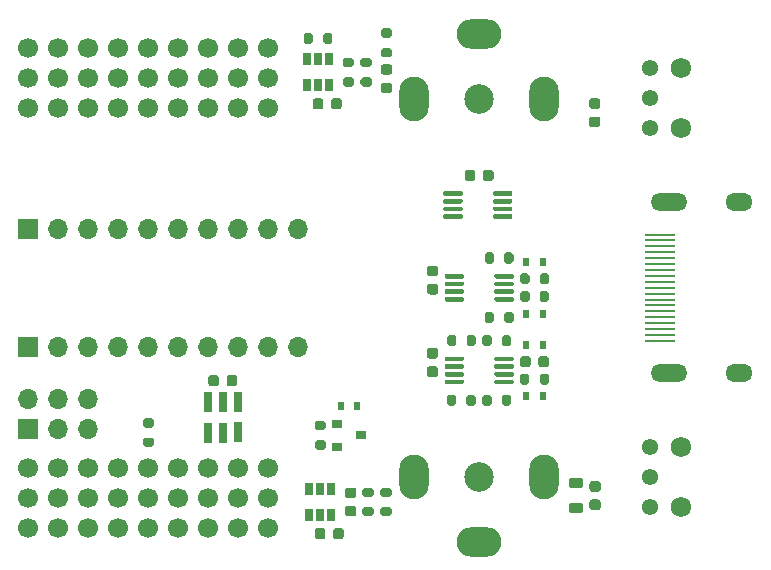
<source format=gbr>
%TF.GenerationSoftware,KiCad,Pcbnew,5.1.9-73d0e3b20d~88~ubuntu20.04.1*%
%TF.CreationDate,2021-06-05T19:42:07+02:00*%
%TF.ProjectId,andy,616e6479-2e6b-4696-9361-645f70636258,v1.00*%
%TF.SameCoordinates,Original*%
%TF.FileFunction,Soldermask,Top*%
%TF.FilePolarity,Negative*%
%FSLAX46Y46*%
G04 Gerber Fmt 4.6, Leading zero omitted, Abs format (unit mm)*
G04 Created by KiCad (PCBNEW 5.1.9-73d0e3b20d~88~ubuntu20.04.1) date 2021-06-05 19:42:07*
%MOMM*%
%LPD*%
G01*
G04 APERTURE LIST*
%ADD10C,1.700000*%
%ADD11C,1.381250*%
%ADD12C,1.725000*%
%ADD13C,1.381000*%
%ADD14C,2.500000*%
%ADD15O,2.500000X3.800000*%
%ADD16O,3.800000X2.500000*%
%ADD17R,0.650000X1.060000*%
%ADD18R,2.600000X0.280000*%
%ADD19O,3.100000X1.500000*%
%ADD20O,2.300000X1.500000*%
%ADD21R,0.600000X0.700000*%
%ADD22R,0.900000X0.800000*%
%ADD23R,0.800000X1.700000*%
%ADD24O,1.700000X1.700000*%
%ADD25R,1.700000X1.700000*%
G04 APERTURE END LIST*
D10*
%TO.C,U1*%
X160160000Y-79680000D03*
X157620000Y-79680000D03*
X155080000Y-79680000D03*
X152540000Y-79680000D03*
X150000000Y-79680000D03*
X147460000Y-79680000D03*
X144920000Y-79680000D03*
X142380000Y-79680000D03*
X139840000Y-79680000D03*
X160160000Y-82220000D03*
X157620000Y-82220000D03*
X155080000Y-82220000D03*
X152540000Y-82220000D03*
X150000000Y-82220000D03*
X147460000Y-82220000D03*
X144920000Y-82220000D03*
X142380000Y-82220000D03*
X139840000Y-82220000D03*
X160160000Y-84760000D03*
X157620000Y-84760000D03*
X155080000Y-84760000D03*
X152540000Y-84760000D03*
X150000000Y-84760000D03*
X147460000Y-84760000D03*
X144920000Y-84760000D03*
X142380000Y-84760000D03*
X139840000Y-84760000D03*
X160160000Y-115240000D03*
X157620000Y-115240000D03*
X155080000Y-115240000D03*
X152540000Y-115240000D03*
X150000000Y-115240000D03*
X147460000Y-115240000D03*
X144920000Y-115240000D03*
X142380000Y-115240000D03*
X139840000Y-115240000D03*
X160160000Y-117780000D03*
X157620000Y-117780000D03*
X155080000Y-117780000D03*
X152540000Y-117780000D03*
X150000000Y-117780000D03*
X147460000Y-117780000D03*
X144920000Y-117780000D03*
X142380000Y-117780000D03*
X139840000Y-117780000D03*
X160160000Y-120320000D03*
X157620000Y-120320000D03*
X155080000Y-120320000D03*
X152540000Y-120320000D03*
X150000000Y-120320000D03*
X147460000Y-120320000D03*
X144920000Y-120320000D03*
X142380000Y-120320000D03*
X139840000Y-120320000D03*
%TD*%
D11*
%TO.C,U2*%
X192440000Y-86500000D03*
X192440000Y-83960000D03*
X192440000Y-81420000D03*
D12*
X195070000Y-86500000D03*
X195070000Y-81420000D03*
%TD*%
D13*
%TO.C,U3*%
X192490000Y-118540000D03*
X192490000Y-116000000D03*
X192490000Y-113460000D03*
D12*
X195110000Y-118540000D03*
X195110000Y-113460000D03*
%TD*%
D14*
%TO.C,J1*%
X178000000Y-84000000D03*
D15*
X172500000Y-84000000D03*
X183500000Y-84000000D03*
D16*
X178000000Y-78500000D03*
%TD*%
%TO.C,J2*%
X178000000Y-121500000D03*
D15*
X172500000Y-116000000D03*
X183500000Y-116000000D03*
D14*
X178000000Y-116000000D03*
%TD*%
%TO.C,C1*%
G36*
G01*
X169910000Y-82625000D02*
X170410000Y-82625000D01*
G75*
G02*
X170635000Y-82850000I0J-225000D01*
G01*
X170635000Y-83300000D01*
G75*
G02*
X170410000Y-83525000I-225000J0D01*
G01*
X169910000Y-83525000D01*
G75*
G02*
X169685000Y-83300000I0J225000D01*
G01*
X169685000Y-82850000D01*
G75*
G02*
X169910000Y-82625000I225000J0D01*
G01*
G37*
G36*
G01*
X169910000Y-81075000D02*
X170410000Y-81075000D01*
G75*
G02*
X170635000Y-81300000I0J-225000D01*
G01*
X170635000Y-81750000D01*
G75*
G02*
X170410000Y-81975000I-225000J0D01*
G01*
X169910000Y-81975000D01*
G75*
G02*
X169685000Y-81750000I0J225000D01*
G01*
X169685000Y-81300000D01*
G75*
G02*
X169910000Y-81075000I225000J0D01*
G01*
G37*
%TD*%
%TO.C,C2*%
G36*
G01*
X187530000Y-85510000D02*
X188030000Y-85510000D01*
G75*
G02*
X188255000Y-85735000I0J-225000D01*
G01*
X188255000Y-86185000D01*
G75*
G02*
X188030000Y-86410000I-225000J0D01*
G01*
X187530000Y-86410000D01*
G75*
G02*
X187305000Y-86185000I0J225000D01*
G01*
X187305000Y-85735000D01*
G75*
G02*
X187530000Y-85510000I225000J0D01*
G01*
G37*
G36*
G01*
X187530000Y-83960000D02*
X188030000Y-83960000D01*
G75*
G02*
X188255000Y-84185000I0J-225000D01*
G01*
X188255000Y-84635000D01*
G75*
G02*
X188030000Y-84860000I-225000J0D01*
G01*
X187530000Y-84860000D01*
G75*
G02*
X187305000Y-84635000I0J225000D01*
G01*
X187305000Y-84185000D01*
G75*
G02*
X187530000Y-83960000I225000J0D01*
G01*
G37*
%TD*%
%TO.C,C3*%
G36*
G01*
X187570000Y-116380000D02*
X188070000Y-116380000D01*
G75*
G02*
X188295000Y-116605000I0J-225000D01*
G01*
X188295000Y-117055000D01*
G75*
G02*
X188070000Y-117280000I-225000J0D01*
G01*
X187570000Y-117280000D01*
G75*
G02*
X187345000Y-117055000I0J225000D01*
G01*
X187345000Y-116605000D01*
G75*
G02*
X187570000Y-116380000I225000J0D01*
G01*
G37*
G36*
G01*
X187570000Y-117930000D02*
X188070000Y-117930000D01*
G75*
G02*
X188295000Y-118155000I0J-225000D01*
G01*
X188295000Y-118605000D01*
G75*
G02*
X188070000Y-118830000I-225000J0D01*
G01*
X187570000Y-118830000D01*
G75*
G02*
X187345000Y-118605000I0J225000D01*
G01*
X187345000Y-118155000D01*
G75*
G02*
X187570000Y-117930000I225000J0D01*
G01*
G37*
%TD*%
%TO.C,C4*%
G36*
G01*
X166535000Y-120570000D02*
X166535000Y-121070000D01*
G75*
G02*
X166310000Y-121295000I-225000J0D01*
G01*
X165860000Y-121295000D01*
G75*
G02*
X165635000Y-121070000I0J225000D01*
G01*
X165635000Y-120570000D01*
G75*
G02*
X165860000Y-120345000I225000J0D01*
G01*
X166310000Y-120345000D01*
G75*
G02*
X166535000Y-120570000I0J-225000D01*
G01*
G37*
G36*
G01*
X164985000Y-120570000D02*
X164985000Y-121070000D01*
G75*
G02*
X164760000Y-121295000I-225000J0D01*
G01*
X164310000Y-121295000D01*
G75*
G02*
X164085000Y-121070000I0J225000D01*
G01*
X164085000Y-120570000D01*
G75*
G02*
X164310000Y-120345000I225000J0D01*
G01*
X164760000Y-120345000D01*
G75*
G02*
X164985000Y-120570000I0J-225000D01*
G01*
G37*
%TD*%
%TO.C,C5*%
G36*
G01*
X166365000Y-84180000D02*
X166365000Y-84680000D01*
G75*
G02*
X166140000Y-84905000I-225000J0D01*
G01*
X165690000Y-84905000D01*
G75*
G02*
X165465000Y-84680000I0J225000D01*
G01*
X165465000Y-84180000D01*
G75*
G02*
X165690000Y-83955000I225000J0D01*
G01*
X166140000Y-83955000D01*
G75*
G02*
X166365000Y-84180000I0J-225000D01*
G01*
G37*
G36*
G01*
X164815000Y-84180000D02*
X164815000Y-84680000D01*
G75*
G02*
X164590000Y-84905000I-225000J0D01*
G01*
X164140000Y-84905000D01*
G75*
G02*
X163915000Y-84680000I0J225000D01*
G01*
X163915000Y-84180000D01*
G75*
G02*
X164140000Y-83955000I225000J0D01*
G01*
X164590000Y-83955000D01*
G75*
G02*
X164815000Y-84180000I0J-225000D01*
G01*
G37*
%TD*%
%TO.C,C6*%
G36*
G01*
X166870000Y-118465000D02*
X167370000Y-118465000D01*
G75*
G02*
X167595000Y-118690000I0J-225000D01*
G01*
X167595000Y-119140000D01*
G75*
G02*
X167370000Y-119365000I-225000J0D01*
G01*
X166870000Y-119365000D01*
G75*
G02*
X166645000Y-119140000I0J225000D01*
G01*
X166645000Y-118690000D01*
G75*
G02*
X166870000Y-118465000I225000J0D01*
G01*
G37*
G36*
G01*
X166870000Y-116915000D02*
X167370000Y-116915000D01*
G75*
G02*
X167595000Y-117140000I0J-225000D01*
G01*
X167595000Y-117590000D01*
G75*
G02*
X167370000Y-117815000I-225000J0D01*
G01*
X166870000Y-117815000D01*
G75*
G02*
X166645000Y-117590000I0J225000D01*
G01*
X166645000Y-117140000D01*
G75*
G02*
X166870000Y-116915000I225000J0D01*
G01*
G37*
%TD*%
%TO.C,L1*%
G36*
G01*
X186581250Y-119105000D02*
X185818750Y-119105000D01*
G75*
G02*
X185600000Y-118886250I0J218750D01*
G01*
X185600000Y-118448750D01*
G75*
G02*
X185818750Y-118230000I218750J0D01*
G01*
X186581250Y-118230000D01*
G75*
G02*
X186800000Y-118448750I0J-218750D01*
G01*
X186800000Y-118886250D01*
G75*
G02*
X186581250Y-119105000I-218750J0D01*
G01*
G37*
G36*
G01*
X186581250Y-116980000D02*
X185818750Y-116980000D01*
G75*
G02*
X185600000Y-116761250I0J218750D01*
G01*
X185600000Y-116323750D01*
G75*
G02*
X185818750Y-116105000I218750J0D01*
G01*
X186581250Y-116105000D01*
G75*
G02*
X186800000Y-116323750I0J-218750D01*
G01*
X186800000Y-116761250D01*
G75*
G02*
X186581250Y-116980000I-218750J0D01*
G01*
G37*
%TD*%
%TO.C,R1*%
G36*
G01*
X170435000Y-80495000D02*
X169885000Y-80495000D01*
G75*
G02*
X169685000Y-80295000I0J200000D01*
G01*
X169685000Y-79895000D01*
G75*
G02*
X169885000Y-79695000I200000J0D01*
G01*
X170435000Y-79695000D01*
G75*
G02*
X170635000Y-79895000I0J-200000D01*
G01*
X170635000Y-80295000D01*
G75*
G02*
X170435000Y-80495000I-200000J0D01*
G01*
G37*
G36*
G01*
X170435000Y-78845000D02*
X169885000Y-78845000D01*
G75*
G02*
X169685000Y-78645000I0J200000D01*
G01*
X169685000Y-78245000D01*
G75*
G02*
X169885000Y-78045000I200000J0D01*
G01*
X170435000Y-78045000D01*
G75*
G02*
X170635000Y-78245000I0J-200000D01*
G01*
X170635000Y-78645000D01*
G75*
G02*
X170435000Y-78845000I-200000J0D01*
G01*
G37*
%TD*%
%TO.C,R2*%
G36*
G01*
X168705000Y-82985000D02*
X168155000Y-82985000D01*
G75*
G02*
X167955000Y-82785000I0J200000D01*
G01*
X167955000Y-82385000D01*
G75*
G02*
X168155000Y-82185000I200000J0D01*
G01*
X168705000Y-82185000D01*
G75*
G02*
X168905000Y-82385000I0J-200000D01*
G01*
X168905000Y-82785000D01*
G75*
G02*
X168705000Y-82985000I-200000J0D01*
G01*
G37*
G36*
G01*
X168705000Y-81335000D02*
X168155000Y-81335000D01*
G75*
G02*
X167955000Y-81135000I0J200000D01*
G01*
X167955000Y-80735000D01*
G75*
G02*
X168155000Y-80535000I200000J0D01*
G01*
X168705000Y-80535000D01*
G75*
G02*
X168905000Y-80735000I0J-200000D01*
G01*
X168905000Y-81135000D01*
G75*
G02*
X168705000Y-81335000I-200000J0D01*
G01*
G37*
%TD*%
%TO.C,R3*%
G36*
G01*
X166645000Y-82195000D02*
X167195000Y-82195000D01*
G75*
G02*
X167395000Y-82395000I0J-200000D01*
G01*
X167395000Y-82795000D01*
G75*
G02*
X167195000Y-82995000I-200000J0D01*
G01*
X166645000Y-82995000D01*
G75*
G02*
X166445000Y-82795000I0J200000D01*
G01*
X166445000Y-82395000D01*
G75*
G02*
X166645000Y-82195000I200000J0D01*
G01*
G37*
G36*
G01*
X166645000Y-80545000D02*
X167195000Y-80545000D01*
G75*
G02*
X167395000Y-80745000I0J-200000D01*
G01*
X167395000Y-81145000D01*
G75*
G02*
X167195000Y-81345000I-200000J0D01*
G01*
X166645000Y-81345000D01*
G75*
G02*
X166445000Y-81145000I0J200000D01*
G01*
X166445000Y-80745000D01*
G75*
G02*
X166645000Y-80545000I200000J0D01*
G01*
G37*
%TD*%
%TO.C,R4*%
G36*
G01*
X164785000Y-79185000D02*
X164785000Y-78635000D01*
G75*
G02*
X164985000Y-78435000I200000J0D01*
G01*
X165385000Y-78435000D01*
G75*
G02*
X165585000Y-78635000I0J-200000D01*
G01*
X165585000Y-79185000D01*
G75*
G02*
X165385000Y-79385000I-200000J0D01*
G01*
X164985000Y-79385000D01*
G75*
G02*
X164785000Y-79185000I0J200000D01*
G01*
G37*
G36*
G01*
X163135000Y-79185000D02*
X163135000Y-78635000D01*
G75*
G02*
X163335000Y-78435000I200000J0D01*
G01*
X163735000Y-78435000D01*
G75*
G02*
X163935000Y-78635000I0J-200000D01*
G01*
X163935000Y-79185000D01*
G75*
G02*
X163735000Y-79385000I-200000J0D01*
G01*
X163335000Y-79385000D01*
G75*
G02*
X163135000Y-79185000I0J200000D01*
G01*
G37*
%TD*%
%TO.C,R5*%
G36*
G01*
X168875000Y-117715000D02*
X168325000Y-117715000D01*
G75*
G02*
X168125000Y-117515000I0J200000D01*
G01*
X168125000Y-117115000D01*
G75*
G02*
X168325000Y-116915000I200000J0D01*
G01*
X168875000Y-116915000D01*
G75*
G02*
X169075000Y-117115000I0J-200000D01*
G01*
X169075000Y-117515000D01*
G75*
G02*
X168875000Y-117715000I-200000J0D01*
G01*
G37*
G36*
G01*
X168875000Y-119365000D02*
X168325000Y-119365000D01*
G75*
G02*
X168125000Y-119165000I0J200000D01*
G01*
X168125000Y-118765000D01*
G75*
G02*
X168325000Y-118565000I200000J0D01*
G01*
X168875000Y-118565000D01*
G75*
G02*
X169075000Y-118765000I0J-200000D01*
G01*
X169075000Y-119165000D01*
G75*
G02*
X168875000Y-119365000I-200000J0D01*
G01*
G37*
%TD*%
%TO.C,R6*%
G36*
G01*
X170395000Y-119365000D02*
X169845000Y-119365000D01*
G75*
G02*
X169645000Y-119165000I0J200000D01*
G01*
X169645000Y-118765000D01*
G75*
G02*
X169845000Y-118565000I200000J0D01*
G01*
X170395000Y-118565000D01*
G75*
G02*
X170595000Y-118765000I0J-200000D01*
G01*
X170595000Y-119165000D01*
G75*
G02*
X170395000Y-119365000I-200000J0D01*
G01*
G37*
G36*
G01*
X170395000Y-117715000D02*
X169845000Y-117715000D01*
G75*
G02*
X169645000Y-117515000I0J200000D01*
G01*
X169645000Y-117115000D01*
G75*
G02*
X169845000Y-116915000I200000J0D01*
G01*
X170395000Y-116915000D01*
G75*
G02*
X170595000Y-117115000I0J-200000D01*
G01*
X170595000Y-117515000D01*
G75*
G02*
X170395000Y-117715000I-200000J0D01*
G01*
G37*
%TD*%
D17*
%TO.C,U4*%
X165310000Y-80670000D03*
X164360000Y-80670000D03*
X163410000Y-80670000D03*
X163410000Y-82870000D03*
X165310000Y-82870000D03*
X164360000Y-82870000D03*
%TD*%
%TO.C,U5*%
X164540000Y-119260000D03*
X165490000Y-119260000D03*
X163590000Y-119260000D03*
X163590000Y-117060000D03*
X164540000Y-117060000D03*
X165490000Y-117060000D03*
%TD*%
D18*
%TO.C,J3*%
X193280000Y-95500000D03*
X193280000Y-96000000D03*
X193280000Y-96500000D03*
X193280000Y-97000000D03*
X193280000Y-97500000D03*
X193280000Y-98000000D03*
X193280000Y-98500000D03*
X193280000Y-99000000D03*
X193280000Y-99500000D03*
X193280000Y-100000000D03*
X193280000Y-100500000D03*
X193280000Y-101000000D03*
X193280000Y-101500000D03*
X193280000Y-102000000D03*
X193280000Y-102500000D03*
X193280000Y-103000000D03*
X193280000Y-103500000D03*
X193280000Y-104000000D03*
X193280000Y-104500000D03*
D19*
X194040000Y-107250000D03*
X194040000Y-92750000D03*
D20*
X200000000Y-107250000D03*
X200000000Y-92750000D03*
%TD*%
%TO.C,C7*%
G36*
G01*
X181465000Y-106510000D02*
X181465000Y-106010000D01*
G75*
G02*
X181690000Y-105785000I225000J0D01*
G01*
X182140000Y-105785000D01*
G75*
G02*
X182365000Y-106010000I0J-225000D01*
G01*
X182365000Y-106510000D01*
G75*
G02*
X182140000Y-106735000I-225000J0D01*
G01*
X181690000Y-106735000D01*
G75*
G02*
X181465000Y-106510000I0J225000D01*
G01*
G37*
G36*
G01*
X183015000Y-106510000D02*
X183015000Y-106010000D01*
G75*
G02*
X183240000Y-105785000I225000J0D01*
G01*
X183690000Y-105785000D01*
G75*
G02*
X183915000Y-106010000I0J-225000D01*
G01*
X183915000Y-106510000D01*
G75*
G02*
X183690000Y-106735000I-225000J0D01*
G01*
X183240000Y-106735000D01*
G75*
G02*
X183015000Y-106510000I0J225000D01*
G01*
G37*
%TD*%
%TO.C,C8*%
G36*
G01*
X173800000Y-105105000D02*
X174300000Y-105105000D01*
G75*
G02*
X174525000Y-105330000I0J-225000D01*
G01*
X174525000Y-105780000D01*
G75*
G02*
X174300000Y-106005000I-225000J0D01*
G01*
X173800000Y-106005000D01*
G75*
G02*
X173575000Y-105780000I0J225000D01*
G01*
X173575000Y-105330000D01*
G75*
G02*
X173800000Y-105105000I225000J0D01*
G01*
G37*
G36*
G01*
X173800000Y-106655000D02*
X174300000Y-106655000D01*
G75*
G02*
X174525000Y-106880000I0J-225000D01*
G01*
X174525000Y-107330000D01*
G75*
G02*
X174300000Y-107555000I-225000J0D01*
G01*
X173800000Y-107555000D01*
G75*
G02*
X173575000Y-107330000I0J225000D01*
G01*
X173575000Y-106880000D01*
G75*
G02*
X173800000Y-106655000I225000J0D01*
G01*
G37*
%TD*%
%TO.C,C9*%
G36*
G01*
X173810000Y-99675000D02*
X174310000Y-99675000D01*
G75*
G02*
X174535000Y-99900000I0J-225000D01*
G01*
X174535000Y-100350000D01*
G75*
G02*
X174310000Y-100575000I-225000J0D01*
G01*
X173810000Y-100575000D01*
G75*
G02*
X173585000Y-100350000I0J225000D01*
G01*
X173585000Y-99900000D01*
G75*
G02*
X173810000Y-99675000I225000J0D01*
G01*
G37*
G36*
G01*
X173810000Y-98125000D02*
X174310000Y-98125000D01*
G75*
G02*
X174535000Y-98350000I0J-225000D01*
G01*
X174535000Y-98800000D01*
G75*
G02*
X174310000Y-99025000I-225000J0D01*
G01*
X173810000Y-99025000D01*
G75*
G02*
X173585000Y-98800000I0J225000D01*
G01*
X173585000Y-98350000D01*
G75*
G02*
X173810000Y-98125000I225000J0D01*
G01*
G37*
%TD*%
D21*
%TO.C,D1*%
X183400000Y-109200000D03*
X182000000Y-109200000D03*
%TD*%
%TO.C,D2*%
X183400000Y-104810000D03*
X182000000Y-104810000D03*
%TD*%
%TO.C,D3*%
X182000000Y-102200000D03*
X183400000Y-102200000D03*
%TD*%
%TO.C,D4*%
X183400000Y-97800000D03*
X182000000Y-97800000D03*
%TD*%
%TO.C,D5*%
X167700000Y-110030000D03*
X166300000Y-110030000D03*
%TD*%
D22*
%TO.C,Q1*%
X166000000Y-111550000D03*
X166000000Y-113450000D03*
X168000000Y-112500000D03*
%TD*%
%TO.C,R7*%
G36*
G01*
X178475000Y-102795000D02*
X178475000Y-102245000D01*
G75*
G02*
X178675000Y-102045000I200000J0D01*
G01*
X179075000Y-102045000D01*
G75*
G02*
X179275000Y-102245000I0J-200000D01*
G01*
X179275000Y-102795000D01*
G75*
G02*
X179075000Y-102995000I-200000J0D01*
G01*
X178675000Y-102995000D01*
G75*
G02*
X178475000Y-102795000I0J200000D01*
G01*
G37*
G36*
G01*
X180125000Y-102795000D02*
X180125000Y-102245000D01*
G75*
G02*
X180325000Y-102045000I200000J0D01*
G01*
X180725000Y-102045000D01*
G75*
G02*
X180925000Y-102245000I0J-200000D01*
G01*
X180925000Y-102795000D01*
G75*
G02*
X180725000Y-102995000I-200000J0D01*
G01*
X180325000Y-102995000D01*
G75*
G02*
X180125000Y-102795000I0J200000D01*
G01*
G37*
%TD*%
%TO.C,R8*%
G36*
G01*
X183115000Y-108015000D02*
X183115000Y-107465000D01*
G75*
G02*
X183315000Y-107265000I200000J0D01*
G01*
X183715000Y-107265000D01*
G75*
G02*
X183915000Y-107465000I0J-200000D01*
G01*
X183915000Y-108015000D01*
G75*
G02*
X183715000Y-108215000I-200000J0D01*
G01*
X183315000Y-108215000D01*
G75*
G02*
X183115000Y-108015000I0J200000D01*
G01*
G37*
G36*
G01*
X181465000Y-108015000D02*
X181465000Y-107465000D01*
G75*
G02*
X181665000Y-107265000I200000J0D01*
G01*
X182065000Y-107265000D01*
G75*
G02*
X182265000Y-107465000I0J-200000D01*
G01*
X182265000Y-108015000D01*
G75*
G02*
X182065000Y-108215000I-200000J0D01*
G01*
X181665000Y-108215000D01*
G75*
G02*
X181465000Y-108015000I0J200000D01*
G01*
G37*
%TD*%
%TO.C,R9*%
G36*
G01*
X180125000Y-97755000D02*
X180125000Y-97205000D01*
G75*
G02*
X180325000Y-97005000I200000J0D01*
G01*
X180725000Y-97005000D01*
G75*
G02*
X180925000Y-97205000I0J-200000D01*
G01*
X180925000Y-97755000D01*
G75*
G02*
X180725000Y-97955000I-200000J0D01*
G01*
X180325000Y-97955000D01*
G75*
G02*
X180125000Y-97755000I0J200000D01*
G01*
G37*
G36*
G01*
X178475000Y-97755000D02*
X178475000Y-97205000D01*
G75*
G02*
X178675000Y-97005000I200000J0D01*
G01*
X179075000Y-97005000D01*
G75*
G02*
X179275000Y-97205000I0J-200000D01*
G01*
X179275000Y-97755000D01*
G75*
G02*
X179075000Y-97955000I-200000J0D01*
G01*
X178675000Y-97955000D01*
G75*
G02*
X178475000Y-97755000I0J200000D01*
G01*
G37*
%TD*%
%TO.C,R10*%
G36*
G01*
X183125000Y-99525000D02*
X183125000Y-98975000D01*
G75*
G02*
X183325000Y-98775000I200000J0D01*
G01*
X183725000Y-98775000D01*
G75*
G02*
X183925000Y-98975000I0J-200000D01*
G01*
X183925000Y-99525000D01*
G75*
G02*
X183725000Y-99725000I-200000J0D01*
G01*
X183325000Y-99725000D01*
G75*
G02*
X183125000Y-99525000I0J200000D01*
G01*
G37*
G36*
G01*
X181475000Y-99525000D02*
X181475000Y-98975000D01*
G75*
G02*
X181675000Y-98775000I200000J0D01*
G01*
X182075000Y-98775000D01*
G75*
G02*
X182275000Y-98975000I0J-200000D01*
G01*
X182275000Y-99525000D01*
G75*
G02*
X182075000Y-99725000I-200000J0D01*
G01*
X181675000Y-99725000D01*
G75*
G02*
X181475000Y-99525000I0J200000D01*
G01*
G37*
%TD*%
%TO.C,R11*%
G36*
G01*
X181475000Y-101025000D02*
X181475000Y-100475000D01*
G75*
G02*
X181675000Y-100275000I200000J0D01*
G01*
X182075000Y-100275000D01*
G75*
G02*
X182275000Y-100475000I0J-200000D01*
G01*
X182275000Y-101025000D01*
G75*
G02*
X182075000Y-101225000I-200000J0D01*
G01*
X181675000Y-101225000D01*
G75*
G02*
X181475000Y-101025000I0J200000D01*
G01*
G37*
G36*
G01*
X183125000Y-101025000D02*
X183125000Y-100475000D01*
G75*
G02*
X183325000Y-100275000I200000J0D01*
G01*
X183725000Y-100275000D01*
G75*
G02*
X183925000Y-100475000I0J-200000D01*
G01*
X183925000Y-101025000D01*
G75*
G02*
X183725000Y-101225000I-200000J0D01*
G01*
X183325000Y-101225000D01*
G75*
G02*
X183125000Y-101025000I0J200000D01*
G01*
G37*
%TD*%
%TO.C,R12*%
G36*
G01*
X180715000Y-104205000D02*
X180715000Y-104755000D01*
G75*
G02*
X180515000Y-104955000I-200000J0D01*
G01*
X180115000Y-104955000D01*
G75*
G02*
X179915000Y-104755000I0J200000D01*
G01*
X179915000Y-104205000D01*
G75*
G02*
X180115000Y-104005000I200000J0D01*
G01*
X180515000Y-104005000D01*
G75*
G02*
X180715000Y-104205000I0J-200000D01*
G01*
G37*
G36*
G01*
X179065000Y-104205000D02*
X179065000Y-104755000D01*
G75*
G02*
X178865000Y-104955000I-200000J0D01*
G01*
X178465000Y-104955000D01*
G75*
G02*
X178265000Y-104755000I0J200000D01*
G01*
X178265000Y-104205000D01*
G75*
G02*
X178465000Y-104005000I200000J0D01*
G01*
X178865000Y-104005000D01*
G75*
G02*
X179065000Y-104205000I0J-200000D01*
G01*
G37*
%TD*%
%TO.C,R13*%
G36*
G01*
X176085000Y-104205000D02*
X176085000Y-104755000D01*
G75*
G02*
X175885000Y-104955000I-200000J0D01*
G01*
X175485000Y-104955000D01*
G75*
G02*
X175285000Y-104755000I0J200000D01*
G01*
X175285000Y-104205000D01*
G75*
G02*
X175485000Y-104005000I200000J0D01*
G01*
X175885000Y-104005000D01*
G75*
G02*
X176085000Y-104205000I0J-200000D01*
G01*
G37*
G36*
G01*
X177735000Y-104205000D02*
X177735000Y-104755000D01*
G75*
G02*
X177535000Y-104955000I-200000J0D01*
G01*
X177135000Y-104955000D01*
G75*
G02*
X176935000Y-104755000I0J200000D01*
G01*
X176935000Y-104205000D01*
G75*
G02*
X177135000Y-104005000I200000J0D01*
G01*
X177535000Y-104005000D01*
G75*
G02*
X177735000Y-104205000I0J-200000D01*
G01*
G37*
%TD*%
%TO.C,R14*%
G36*
G01*
X164275000Y-111275000D02*
X164825000Y-111275000D01*
G75*
G02*
X165025000Y-111475000I0J-200000D01*
G01*
X165025000Y-111875000D01*
G75*
G02*
X164825000Y-112075000I-200000J0D01*
G01*
X164275000Y-112075000D01*
G75*
G02*
X164075000Y-111875000I0J200000D01*
G01*
X164075000Y-111475000D01*
G75*
G02*
X164275000Y-111275000I200000J0D01*
G01*
G37*
G36*
G01*
X164275000Y-112925000D02*
X164825000Y-112925000D01*
G75*
G02*
X165025000Y-113125000I0J-200000D01*
G01*
X165025000Y-113525000D01*
G75*
G02*
X164825000Y-113725000I-200000J0D01*
G01*
X164275000Y-113725000D01*
G75*
G02*
X164075000Y-113525000I0J200000D01*
G01*
X164075000Y-113125000D01*
G75*
G02*
X164275000Y-112925000I200000J0D01*
G01*
G37*
%TD*%
%TO.C,R15*%
G36*
G01*
X180725000Y-109245000D02*
X180725000Y-109795000D01*
G75*
G02*
X180525000Y-109995000I-200000J0D01*
G01*
X180125000Y-109995000D01*
G75*
G02*
X179925000Y-109795000I0J200000D01*
G01*
X179925000Y-109245000D01*
G75*
G02*
X180125000Y-109045000I200000J0D01*
G01*
X180525000Y-109045000D01*
G75*
G02*
X180725000Y-109245000I0J-200000D01*
G01*
G37*
G36*
G01*
X179075000Y-109245000D02*
X179075000Y-109795000D01*
G75*
G02*
X178875000Y-109995000I-200000J0D01*
G01*
X178475000Y-109995000D01*
G75*
G02*
X178275000Y-109795000I0J200000D01*
G01*
X178275000Y-109245000D01*
G75*
G02*
X178475000Y-109045000I200000J0D01*
G01*
X178875000Y-109045000D01*
G75*
G02*
X179075000Y-109245000I0J-200000D01*
G01*
G37*
%TD*%
%TO.C,R16*%
G36*
G01*
X176075000Y-109245000D02*
X176075000Y-109795000D01*
G75*
G02*
X175875000Y-109995000I-200000J0D01*
G01*
X175475000Y-109995000D01*
G75*
G02*
X175275000Y-109795000I0J200000D01*
G01*
X175275000Y-109245000D01*
G75*
G02*
X175475000Y-109045000I200000J0D01*
G01*
X175875000Y-109045000D01*
G75*
G02*
X176075000Y-109245000I0J-200000D01*
G01*
G37*
G36*
G01*
X177725000Y-109245000D02*
X177725000Y-109795000D01*
G75*
G02*
X177525000Y-109995000I-200000J0D01*
G01*
X177125000Y-109995000D01*
G75*
G02*
X176925000Y-109795000I0J200000D01*
G01*
X176925000Y-109245000D01*
G75*
G02*
X177125000Y-109045000I200000J0D01*
G01*
X177525000Y-109045000D01*
G75*
G02*
X177725000Y-109245000I0J-200000D01*
G01*
G37*
%TD*%
%TO.C,U6*%
G36*
G01*
X179300000Y-106125000D02*
X179300000Y-105925000D01*
G75*
G02*
X179400000Y-105825000I100000J0D01*
G01*
X180825000Y-105825000D01*
G75*
G02*
X180925000Y-105925000I0J-100000D01*
G01*
X180925000Y-106125000D01*
G75*
G02*
X180825000Y-106225000I-100000J0D01*
G01*
X179400000Y-106225000D01*
G75*
G02*
X179300000Y-106125000I0J100000D01*
G01*
G37*
G36*
G01*
X179300000Y-106775000D02*
X179300000Y-106575000D01*
G75*
G02*
X179400000Y-106475000I100000J0D01*
G01*
X180825000Y-106475000D01*
G75*
G02*
X180925000Y-106575000I0J-100000D01*
G01*
X180925000Y-106775000D01*
G75*
G02*
X180825000Y-106875000I-100000J0D01*
G01*
X179400000Y-106875000D01*
G75*
G02*
X179300000Y-106775000I0J100000D01*
G01*
G37*
G36*
G01*
X179300000Y-107425000D02*
X179300000Y-107225000D01*
G75*
G02*
X179400000Y-107125000I100000J0D01*
G01*
X180825000Y-107125000D01*
G75*
G02*
X180925000Y-107225000I0J-100000D01*
G01*
X180925000Y-107425000D01*
G75*
G02*
X180825000Y-107525000I-100000J0D01*
G01*
X179400000Y-107525000D01*
G75*
G02*
X179300000Y-107425000I0J100000D01*
G01*
G37*
G36*
G01*
X179300000Y-108075000D02*
X179300000Y-107875000D01*
G75*
G02*
X179400000Y-107775000I100000J0D01*
G01*
X180825000Y-107775000D01*
G75*
G02*
X180925000Y-107875000I0J-100000D01*
G01*
X180925000Y-108075000D01*
G75*
G02*
X180825000Y-108175000I-100000J0D01*
G01*
X179400000Y-108175000D01*
G75*
G02*
X179300000Y-108075000I0J100000D01*
G01*
G37*
G36*
G01*
X175075000Y-108075000D02*
X175075000Y-107875000D01*
G75*
G02*
X175175000Y-107775000I100000J0D01*
G01*
X176600000Y-107775000D01*
G75*
G02*
X176700000Y-107875000I0J-100000D01*
G01*
X176700000Y-108075000D01*
G75*
G02*
X176600000Y-108175000I-100000J0D01*
G01*
X175175000Y-108175000D01*
G75*
G02*
X175075000Y-108075000I0J100000D01*
G01*
G37*
G36*
G01*
X175075000Y-107425000D02*
X175075000Y-107225000D01*
G75*
G02*
X175175000Y-107125000I100000J0D01*
G01*
X176600000Y-107125000D01*
G75*
G02*
X176700000Y-107225000I0J-100000D01*
G01*
X176700000Y-107425000D01*
G75*
G02*
X176600000Y-107525000I-100000J0D01*
G01*
X175175000Y-107525000D01*
G75*
G02*
X175075000Y-107425000I0J100000D01*
G01*
G37*
G36*
G01*
X175075000Y-106775000D02*
X175075000Y-106575000D01*
G75*
G02*
X175175000Y-106475000I100000J0D01*
G01*
X176600000Y-106475000D01*
G75*
G02*
X176700000Y-106575000I0J-100000D01*
G01*
X176700000Y-106775000D01*
G75*
G02*
X176600000Y-106875000I-100000J0D01*
G01*
X175175000Y-106875000D01*
G75*
G02*
X175075000Y-106775000I0J100000D01*
G01*
G37*
G36*
G01*
X175075000Y-106125000D02*
X175075000Y-105925000D01*
G75*
G02*
X175175000Y-105825000I100000J0D01*
G01*
X176600000Y-105825000D01*
G75*
G02*
X176700000Y-105925000I0J-100000D01*
G01*
X176700000Y-106125000D01*
G75*
G02*
X176600000Y-106225000I-100000J0D01*
G01*
X175175000Y-106225000D01*
G75*
G02*
X175075000Y-106125000I0J100000D01*
G01*
G37*
%TD*%
%TO.C,U7*%
G36*
G01*
X175075000Y-99125000D02*
X175075000Y-98925000D01*
G75*
G02*
X175175000Y-98825000I100000J0D01*
G01*
X176600000Y-98825000D01*
G75*
G02*
X176700000Y-98925000I0J-100000D01*
G01*
X176700000Y-99125000D01*
G75*
G02*
X176600000Y-99225000I-100000J0D01*
G01*
X175175000Y-99225000D01*
G75*
G02*
X175075000Y-99125000I0J100000D01*
G01*
G37*
G36*
G01*
X175075000Y-99775000D02*
X175075000Y-99575000D01*
G75*
G02*
X175175000Y-99475000I100000J0D01*
G01*
X176600000Y-99475000D01*
G75*
G02*
X176700000Y-99575000I0J-100000D01*
G01*
X176700000Y-99775000D01*
G75*
G02*
X176600000Y-99875000I-100000J0D01*
G01*
X175175000Y-99875000D01*
G75*
G02*
X175075000Y-99775000I0J100000D01*
G01*
G37*
G36*
G01*
X175075000Y-100425000D02*
X175075000Y-100225000D01*
G75*
G02*
X175175000Y-100125000I100000J0D01*
G01*
X176600000Y-100125000D01*
G75*
G02*
X176700000Y-100225000I0J-100000D01*
G01*
X176700000Y-100425000D01*
G75*
G02*
X176600000Y-100525000I-100000J0D01*
G01*
X175175000Y-100525000D01*
G75*
G02*
X175075000Y-100425000I0J100000D01*
G01*
G37*
G36*
G01*
X175075000Y-101075000D02*
X175075000Y-100875000D01*
G75*
G02*
X175175000Y-100775000I100000J0D01*
G01*
X176600000Y-100775000D01*
G75*
G02*
X176700000Y-100875000I0J-100000D01*
G01*
X176700000Y-101075000D01*
G75*
G02*
X176600000Y-101175000I-100000J0D01*
G01*
X175175000Y-101175000D01*
G75*
G02*
X175075000Y-101075000I0J100000D01*
G01*
G37*
G36*
G01*
X179300000Y-101075000D02*
X179300000Y-100875000D01*
G75*
G02*
X179400000Y-100775000I100000J0D01*
G01*
X180825000Y-100775000D01*
G75*
G02*
X180925000Y-100875000I0J-100000D01*
G01*
X180925000Y-101075000D01*
G75*
G02*
X180825000Y-101175000I-100000J0D01*
G01*
X179400000Y-101175000D01*
G75*
G02*
X179300000Y-101075000I0J100000D01*
G01*
G37*
G36*
G01*
X179300000Y-100425000D02*
X179300000Y-100225000D01*
G75*
G02*
X179400000Y-100125000I100000J0D01*
G01*
X180825000Y-100125000D01*
G75*
G02*
X180925000Y-100225000I0J-100000D01*
G01*
X180925000Y-100425000D01*
G75*
G02*
X180825000Y-100525000I-100000J0D01*
G01*
X179400000Y-100525000D01*
G75*
G02*
X179300000Y-100425000I0J100000D01*
G01*
G37*
G36*
G01*
X179300000Y-99775000D02*
X179300000Y-99575000D01*
G75*
G02*
X179400000Y-99475000I100000J0D01*
G01*
X180825000Y-99475000D01*
G75*
G02*
X180925000Y-99575000I0J-100000D01*
G01*
X180925000Y-99775000D01*
G75*
G02*
X180825000Y-99875000I-100000J0D01*
G01*
X179400000Y-99875000D01*
G75*
G02*
X179300000Y-99775000I0J100000D01*
G01*
G37*
G36*
G01*
X179300000Y-99125000D02*
X179300000Y-98925000D01*
G75*
G02*
X179400000Y-98825000I100000J0D01*
G01*
X180825000Y-98825000D01*
G75*
G02*
X180925000Y-98925000I0J-100000D01*
G01*
X180925000Y-99125000D01*
G75*
G02*
X180825000Y-99225000I-100000J0D01*
G01*
X179400000Y-99225000D01*
G75*
G02*
X179300000Y-99125000I0J100000D01*
G01*
G37*
%TD*%
%TO.C,IC1*%
G36*
G01*
X174975000Y-92125000D02*
X174975000Y-91925000D01*
G75*
G02*
X175075000Y-91825000I100000J0D01*
G01*
X176500000Y-91825000D01*
G75*
G02*
X176600000Y-91925000I0J-100000D01*
G01*
X176600000Y-92125000D01*
G75*
G02*
X176500000Y-92225000I-100000J0D01*
G01*
X175075000Y-92225000D01*
G75*
G02*
X174975000Y-92125000I0J100000D01*
G01*
G37*
G36*
G01*
X174975000Y-92775000D02*
X174975000Y-92575000D01*
G75*
G02*
X175075000Y-92475000I100000J0D01*
G01*
X176500000Y-92475000D01*
G75*
G02*
X176600000Y-92575000I0J-100000D01*
G01*
X176600000Y-92775000D01*
G75*
G02*
X176500000Y-92875000I-100000J0D01*
G01*
X175075000Y-92875000D01*
G75*
G02*
X174975000Y-92775000I0J100000D01*
G01*
G37*
G36*
G01*
X174975000Y-93425000D02*
X174975000Y-93225000D01*
G75*
G02*
X175075000Y-93125000I100000J0D01*
G01*
X176500000Y-93125000D01*
G75*
G02*
X176600000Y-93225000I0J-100000D01*
G01*
X176600000Y-93425000D01*
G75*
G02*
X176500000Y-93525000I-100000J0D01*
G01*
X175075000Y-93525000D01*
G75*
G02*
X174975000Y-93425000I0J100000D01*
G01*
G37*
G36*
G01*
X174975000Y-94075000D02*
X174975000Y-93875000D01*
G75*
G02*
X175075000Y-93775000I100000J0D01*
G01*
X176500000Y-93775000D01*
G75*
G02*
X176600000Y-93875000I0J-100000D01*
G01*
X176600000Y-94075000D01*
G75*
G02*
X176500000Y-94175000I-100000J0D01*
G01*
X175075000Y-94175000D01*
G75*
G02*
X174975000Y-94075000I0J100000D01*
G01*
G37*
G36*
G01*
X179200000Y-94075000D02*
X179200000Y-93875000D01*
G75*
G02*
X179300000Y-93775000I100000J0D01*
G01*
X180725000Y-93775000D01*
G75*
G02*
X180825000Y-93875000I0J-100000D01*
G01*
X180825000Y-94075000D01*
G75*
G02*
X180725000Y-94175000I-100000J0D01*
G01*
X179300000Y-94175000D01*
G75*
G02*
X179200000Y-94075000I0J100000D01*
G01*
G37*
G36*
G01*
X179200000Y-93425000D02*
X179200000Y-93225000D01*
G75*
G02*
X179300000Y-93125000I100000J0D01*
G01*
X180725000Y-93125000D01*
G75*
G02*
X180825000Y-93225000I0J-100000D01*
G01*
X180825000Y-93425000D01*
G75*
G02*
X180725000Y-93525000I-100000J0D01*
G01*
X179300000Y-93525000D01*
G75*
G02*
X179200000Y-93425000I0J100000D01*
G01*
G37*
G36*
G01*
X179200000Y-92775000D02*
X179200000Y-92575000D01*
G75*
G02*
X179300000Y-92475000I100000J0D01*
G01*
X180725000Y-92475000D01*
G75*
G02*
X180825000Y-92575000I0J-100000D01*
G01*
X180825000Y-92775000D01*
G75*
G02*
X180725000Y-92875000I-100000J0D01*
G01*
X179300000Y-92875000D01*
G75*
G02*
X179200000Y-92775000I0J100000D01*
G01*
G37*
G36*
G01*
X179200000Y-92125000D02*
X179200000Y-91925000D01*
G75*
G02*
X179300000Y-91825000I100000J0D01*
G01*
X180725000Y-91825000D01*
G75*
G02*
X180825000Y-91925000I0J-100000D01*
G01*
X180825000Y-92125000D01*
G75*
G02*
X180725000Y-92225000I-100000J0D01*
G01*
X179300000Y-92225000D01*
G75*
G02*
X179200000Y-92125000I0J100000D01*
G01*
G37*
%TD*%
%TO.C,C10*%
G36*
G01*
X179225000Y-90250000D02*
X179225000Y-90750000D01*
G75*
G02*
X179000000Y-90975000I-225000J0D01*
G01*
X178550000Y-90975000D01*
G75*
G02*
X178325000Y-90750000I0J225000D01*
G01*
X178325000Y-90250000D01*
G75*
G02*
X178550000Y-90025000I225000J0D01*
G01*
X179000000Y-90025000D01*
G75*
G02*
X179225000Y-90250000I0J-225000D01*
G01*
G37*
G36*
G01*
X177675000Y-90250000D02*
X177675000Y-90750000D01*
G75*
G02*
X177450000Y-90975000I-225000J0D01*
G01*
X177000000Y-90975000D01*
G75*
G02*
X176775000Y-90750000I0J225000D01*
G01*
X176775000Y-90250000D01*
G75*
G02*
X177000000Y-90025000I225000J0D01*
G01*
X177450000Y-90025000D01*
G75*
G02*
X177675000Y-90250000I0J-225000D01*
G01*
G37*
%TD*%
%TO.C,C11*%
G36*
G01*
X157525000Y-107620000D02*
X157525000Y-108120000D01*
G75*
G02*
X157300000Y-108345000I-225000J0D01*
G01*
X156850000Y-108345000D01*
G75*
G02*
X156625000Y-108120000I0J225000D01*
G01*
X156625000Y-107620000D01*
G75*
G02*
X156850000Y-107395000I225000J0D01*
G01*
X157300000Y-107395000D01*
G75*
G02*
X157525000Y-107620000I0J-225000D01*
G01*
G37*
G36*
G01*
X155975000Y-107620000D02*
X155975000Y-108120000D01*
G75*
G02*
X155750000Y-108345000I-225000J0D01*
G01*
X155300000Y-108345000D01*
G75*
G02*
X155075000Y-108120000I0J225000D01*
G01*
X155075000Y-107620000D01*
G75*
G02*
X155300000Y-107395000I225000J0D01*
G01*
X155750000Y-107395000D01*
G75*
G02*
X155975000Y-107620000I0J-225000D01*
G01*
G37*
%TD*%
D23*
%TO.C,U8*%
X155015001Y-112270000D03*
X156285001Y-112270000D03*
X157585001Y-112240000D03*
X157555001Y-109670000D03*
X156285001Y-109670000D03*
X155015001Y-109670000D03*
%TD*%
D24*
%TO.C,J4*%
X162700000Y-105000000D03*
X160160000Y-105000000D03*
X157620000Y-105000000D03*
X155080000Y-105000000D03*
X152540000Y-105000000D03*
X150000000Y-105000000D03*
X147460000Y-105000000D03*
X144920000Y-105000000D03*
X142380000Y-105000000D03*
D25*
X139840000Y-105000000D03*
%TD*%
%TO.C,J5*%
X139840000Y-95000000D03*
D24*
X142380000Y-95000000D03*
X144920000Y-95000000D03*
X147460000Y-95000000D03*
X150000000Y-95000000D03*
X152540000Y-95000000D03*
X155080000Y-95000000D03*
X157620000Y-95000000D03*
X160160000Y-95000000D03*
X162700000Y-95000000D03*
%TD*%
%TO.C,R17*%
G36*
G01*
X149725000Y-111035000D02*
X150275000Y-111035000D01*
G75*
G02*
X150475000Y-111235000I0J-200000D01*
G01*
X150475000Y-111635000D01*
G75*
G02*
X150275000Y-111835000I-200000J0D01*
G01*
X149725000Y-111835000D01*
G75*
G02*
X149525000Y-111635000I0J200000D01*
G01*
X149525000Y-111235000D01*
G75*
G02*
X149725000Y-111035000I200000J0D01*
G01*
G37*
G36*
G01*
X149725000Y-112685000D02*
X150275000Y-112685000D01*
G75*
G02*
X150475000Y-112885000I0J-200000D01*
G01*
X150475000Y-113285000D01*
G75*
G02*
X150275000Y-113485000I-200000J0D01*
G01*
X149725000Y-113485000D01*
G75*
G02*
X149525000Y-113285000I0J200000D01*
G01*
X149525000Y-112885000D01*
G75*
G02*
X149725000Y-112685000I200000J0D01*
G01*
G37*
%TD*%
D25*
%TO.C,J6*%
X139840000Y-111930000D03*
D24*
X139840000Y-109390000D03*
X142380000Y-111930000D03*
X142380000Y-109390000D03*
X144920000Y-111930000D03*
X144920000Y-109390000D03*
%TD*%
M02*

</source>
